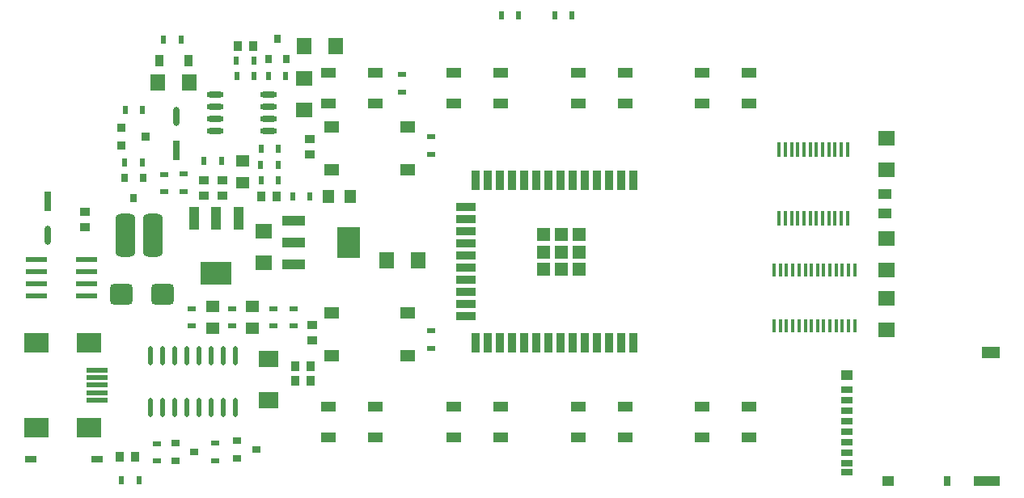
<source format=gtp>
G04*
G04 #@! TF.GenerationSoftware,Altium Limited,Altium Designer,20.2.6 (244)*
G04*
G04 Layer_Color=8421504*
%FSLAX24Y24*%
%MOIN*%
G70*
G04*
G04 #@! TF.SameCoordinates,3AFE1146-FA95-4E81-A996-3AB7B898703E*
G04*
G04*
G04 #@! TF.FilePolarity,Positive*
G04*
G01*
G75*
%ADD25R,0.0354X0.0236*%
%ADD26R,0.0472X0.0276*%
%ADD27R,0.0472X0.0394*%
%ADD28R,0.0315X0.0394*%
%ADD29R,0.1102X0.0394*%
%ADD30R,0.0748X0.0512*%
%ADD31R,0.0236X0.0354*%
%ADD32R,0.0984X0.0787*%
%ADD33R,0.0906X0.0197*%
%ADD34R,0.0650X0.0600*%
%ADD35R,0.0354X0.0394*%
%ADD36R,0.0945X0.0394*%
%ADD37R,0.0945X0.1299*%
%ADD38R,0.0354X0.0315*%
%ADD39R,0.0550X0.0433*%
%ADD40R,0.0157X0.0591*%
%ADD41R,0.0140X0.0580*%
%ADD42R,0.0354X0.0787*%
%ADD43R,0.0787X0.0354*%
%ADD44R,0.0524X0.0524*%
%ADD45R,0.0591X0.0394*%
%ADD46R,0.0610X0.0512*%
%ADD47R,0.0394X0.0354*%
%ADD48R,0.0800X0.0700*%
%ADD49R,0.0550X0.0500*%
%ADD50R,0.0394X0.0945*%
%ADD51R,0.1299X0.0945*%
%ADD52R,0.0600X0.0650*%
%ADD53R,0.0315X0.0354*%
%ADD54O,0.0709X0.0236*%
%ADD55O,0.0276X0.0787*%
%ADD56R,0.0276X0.0787*%
%ADD57R,0.0354X0.0472*%
%ADD58R,0.0354X0.0472*%
%ADD59R,0.0374X0.0354*%
G04:AMPARAMS|DCode=60|XSize=177.2mil|YSize=82.7mil|CornerRadius=20.7mil|HoleSize=0mil|Usage=FLASHONLY|Rotation=90.000|XOffset=0mil|YOffset=0mil|HoleType=Round|Shape=RoundedRectangle|*
%AMROUNDEDRECTD60*
21,1,0.1772,0.0413,0,0,90.0*
21,1,0.1358,0.0827,0,0,90.0*
1,1,0.0413,0.0207,0.0679*
1,1,0.0413,0.0207,-0.0679*
1,1,0.0413,-0.0207,-0.0679*
1,1,0.0413,-0.0207,0.0679*
%
%ADD60ROUNDEDRECTD60*%
G04:AMPARAMS|DCode=61|XSize=90.2mil|YSize=83.5mil|CornerRadius=10.4mil|HoleSize=0mil|Usage=FLASHONLY|Rotation=0.000|XOffset=0mil|YOffset=0mil|HoleType=Round|Shape=RoundedRectangle|*
%AMROUNDEDRECTD61*
21,1,0.0902,0.0626,0,0,0.0*
21,1,0.0693,0.0835,0,0,0.0*
1,1,0.0209,0.0346,-0.0313*
1,1,0.0209,-0.0346,-0.0313*
1,1,0.0209,-0.0346,0.0313*
1,1,0.0209,0.0346,0.0313*
%
%ADD61ROUNDEDRECTD61*%
%ADD62R,0.0866X0.0236*%
%ADD63O,0.0217X0.0787*%
%ADD64R,0.0472X0.0315*%
%ADD65R,0.0500X0.0550*%
D25*
X16400Y20500D02*
D03*
X16400Y21215D02*
D03*
X11935Y11575D02*
D03*
X11935Y10860D02*
D03*
X9385Y11575D02*
D03*
X9385Y10860D02*
D03*
X11085Y11575D02*
D03*
X11085Y10860D02*
D03*
X7735Y11575D02*
D03*
X7735Y10860D02*
D03*
X17600Y18650D02*
D03*
X17600Y17935D02*
D03*
X17600Y10650D02*
D03*
X17600Y9935D02*
D03*
X6585Y16395D02*
D03*
X6585Y17110D02*
D03*
X7385Y17125D02*
D03*
X7385Y16410D02*
D03*
X6285Y5295D02*
D03*
X6285Y6010D02*
D03*
X8685Y6025D02*
D03*
X8685Y5310D02*
D03*
D26*
X34716Y8230D02*
D03*
Y7796D02*
D03*
Y7363D02*
D03*
Y6930D02*
D03*
Y6497D02*
D03*
Y6064D02*
D03*
Y5631D02*
D03*
Y5198D02*
D03*
Y4824D02*
D03*
D27*
Y8840D02*
D03*
X36409Y4450D02*
D03*
D28*
X38850D02*
D03*
D29*
X40484D02*
D03*
D30*
X40661Y9765D02*
D03*
D31*
X4835Y4510D02*
D03*
X5550Y4510D02*
D03*
X21200Y23650D02*
D03*
X20485Y23650D02*
D03*
X23400Y23650D02*
D03*
X22685Y23650D02*
D03*
X10570Y17510D02*
D03*
X11285Y17510D02*
D03*
X11300Y16860D02*
D03*
X10585Y16860D02*
D03*
X11885Y16200D02*
D03*
X12600Y16200D02*
D03*
X8950Y17660D02*
D03*
X8235Y17660D02*
D03*
X11300Y18160D02*
D03*
X10585Y18160D02*
D03*
X10885Y21160D02*
D03*
X11600Y21160D02*
D03*
X9571Y21793D02*
D03*
X10285Y21793D02*
D03*
X10300Y21160D02*
D03*
X9585Y21160D02*
D03*
X6571Y22660D02*
D03*
X7285Y22660D02*
D03*
X5700Y19760D02*
D03*
X4985Y19760D02*
D03*
X4971Y17610D02*
D03*
X5685Y17610D02*
D03*
D32*
X1319Y6664D02*
D03*
Y10168D02*
D03*
X3484D02*
D03*
Y6664D02*
D03*
D33*
X3819Y9046D02*
D03*
Y8731D02*
D03*
Y8416D02*
D03*
Y8101D02*
D03*
Y7786D02*
D03*
D34*
X10700Y14750D02*
D03*
Y13450D02*
D03*
X36350Y10700D02*
D03*
Y12000D02*
D03*
Y13150D02*
D03*
Y14450D02*
D03*
Y17310D02*
D03*
Y18610D02*
D03*
X12350Y21050D02*
D03*
Y19750D02*
D03*
D35*
X11215Y16200D02*
D03*
X10585D02*
D03*
X5400Y5460D02*
D03*
X4770D02*
D03*
X11985Y8600D02*
D03*
X12615D02*
D03*
X11985Y9200D02*
D03*
X12615D02*
D03*
X9620Y22410D02*
D03*
X10250D02*
D03*
D36*
X11908Y15206D02*
D03*
Y14300D02*
D03*
Y13394D02*
D03*
D37*
X14192Y14300D02*
D03*
D38*
X7829Y5660D02*
D03*
X7042Y6034D02*
D03*
Y5286D02*
D03*
X10379Y5760D02*
D03*
X9592Y6134D02*
D03*
Y5386D02*
D03*
D39*
X36290Y15506D02*
D03*
Y16294D02*
D03*
D40*
X31928Y15283D02*
D03*
X32184D02*
D03*
X34743D02*
D03*
X34487D02*
D03*
X34231D02*
D03*
X33975D02*
D03*
X33719D02*
D03*
X33463D02*
D03*
X33207D02*
D03*
X32952D02*
D03*
X32696D02*
D03*
X32440D02*
D03*
X31928Y18137D02*
D03*
X32184D02*
D03*
X32440D02*
D03*
X32696D02*
D03*
X32952D02*
D03*
X33207D02*
D03*
X33463D02*
D03*
X33719D02*
D03*
X33975D02*
D03*
X34231D02*
D03*
X34487D02*
D03*
X34743D02*
D03*
D41*
X35045Y13160D02*
D03*
X34795D02*
D03*
X34535D02*
D03*
X34285D02*
D03*
X34025D02*
D03*
X33765D02*
D03*
X33515D02*
D03*
X33255D02*
D03*
X33005D02*
D03*
X32745D02*
D03*
X32485D02*
D03*
X32235D02*
D03*
X31975D02*
D03*
X31725D02*
D03*
Y10860D02*
D03*
X31975D02*
D03*
X32235D02*
D03*
X32485D02*
D03*
X32745D02*
D03*
X33005D02*
D03*
X33255D02*
D03*
X33515D02*
D03*
X33765D02*
D03*
X34025D02*
D03*
X34285D02*
D03*
X34535D02*
D03*
X34795D02*
D03*
X35045D02*
D03*
D42*
X25906Y16857D02*
D03*
X25406D02*
D03*
X24906D02*
D03*
X24406D02*
D03*
X23906D02*
D03*
X23406D02*
D03*
X22906D02*
D03*
X22406D02*
D03*
X21906D02*
D03*
X21406D02*
D03*
X20906D02*
D03*
X20406D02*
D03*
X19906D02*
D03*
X19406D02*
D03*
Y10164D02*
D03*
X19906D02*
D03*
X20406D02*
D03*
X20906D02*
D03*
X21406D02*
D03*
X21906D02*
D03*
X22406D02*
D03*
X22906D02*
D03*
X23406D02*
D03*
X23906D02*
D03*
X24406D02*
D03*
X24906D02*
D03*
X25406D02*
D03*
X25906D02*
D03*
D43*
X19013Y15760D02*
D03*
Y15260D02*
D03*
Y14760D02*
D03*
Y14260D02*
D03*
Y13760D02*
D03*
Y13260D02*
D03*
Y12760D02*
D03*
Y12260D02*
D03*
Y11760D02*
D03*
Y11260D02*
D03*
D44*
X23676Y14626D02*
D03*
Y13904D02*
D03*
Y13182D02*
D03*
X22954Y14626D02*
D03*
Y13904D02*
D03*
Y13182D02*
D03*
X22231Y14626D02*
D03*
Y13904D02*
D03*
Y13182D02*
D03*
D45*
X18533Y21290D02*
D03*
X20462D02*
D03*
X18533Y20030D02*
D03*
X20462D02*
D03*
X30698D02*
D03*
X28769D02*
D03*
X30698Y21290D02*
D03*
X28769D02*
D03*
X25580Y20030D02*
D03*
X23651D02*
D03*
X25580Y21290D02*
D03*
X23651D02*
D03*
X28769Y7530D02*
D03*
X30698D02*
D03*
X28769Y6270D02*
D03*
X30698D02*
D03*
X23651Y7530D02*
D03*
X25580D02*
D03*
X23651Y6270D02*
D03*
X25580D02*
D03*
X20462D02*
D03*
X18533D02*
D03*
X20462Y7530D02*
D03*
X18533D02*
D03*
X13371D02*
D03*
X15300D02*
D03*
X13371Y6270D02*
D03*
X15300D02*
D03*
Y20030D02*
D03*
X13371D02*
D03*
X15300Y21290D02*
D03*
X13371D02*
D03*
D46*
X16615Y9614D02*
D03*
Y11386D02*
D03*
X13485Y9614D02*
D03*
Y11386D02*
D03*
X16615Y17300D02*
D03*
Y19072D02*
D03*
X13485Y17300D02*
D03*
Y19072D02*
D03*
D47*
X12700Y10270D02*
D03*
Y10900D02*
D03*
X8235Y16245D02*
D03*
Y16875D02*
D03*
X8985Y16875D02*
D03*
Y16245D02*
D03*
X12600Y17935D02*
D03*
Y18565D02*
D03*
X3335Y15575D02*
D03*
Y14945D02*
D03*
D48*
X10885Y9510D02*
D03*
Y7810D02*
D03*
D49*
X10235Y10760D02*
D03*
Y11660D02*
D03*
X8585Y10760D02*
D03*
Y11660D02*
D03*
X9835Y16760D02*
D03*
Y17660D02*
D03*
D50*
X9641Y15302D02*
D03*
X8735D02*
D03*
X7830D02*
D03*
D51*
X8735Y13018D02*
D03*
D52*
X13660Y22400D02*
D03*
X12360D02*
D03*
X6325Y20910D02*
D03*
X7625D02*
D03*
X15760Y13550D02*
D03*
X17060D02*
D03*
D53*
X11250Y22683D02*
D03*
X11624Y21856D02*
D03*
X10876D02*
D03*
X5335Y16127D02*
D03*
X4961Y16954D02*
D03*
X5709D02*
D03*
D54*
X10898Y18910D02*
D03*
Y19410D02*
D03*
Y19910D02*
D03*
Y20410D02*
D03*
X8673Y18910D02*
D03*
Y19410D02*
D03*
Y19910D02*
D03*
Y20410D02*
D03*
D55*
X7085Y19510D02*
D03*
X1785Y14610D02*
D03*
D56*
X7085Y18110D02*
D03*
X1785Y16010D02*
D03*
D57*
X7585Y21810D02*
D03*
D58*
X6385D02*
D03*
D59*
X4837Y18286D02*
D03*
X5822Y18660D02*
D03*
X4837Y19034D02*
D03*
D60*
X6127Y14610D02*
D03*
X4985D02*
D03*
D61*
X4835Y12160D02*
D03*
X6536D02*
D03*
D62*
X1338Y13610D02*
D03*
Y13110D02*
D03*
Y12110D02*
D03*
X3385Y13610D02*
D03*
Y13110D02*
D03*
Y12110D02*
D03*
X1338Y12610D02*
D03*
X3385D02*
D03*
D63*
X9535Y9623D02*
D03*
X9035D02*
D03*
X8535D02*
D03*
X8035D02*
D03*
X7535D02*
D03*
X7035D02*
D03*
X6535D02*
D03*
X6035D02*
D03*
X9535Y7497D02*
D03*
X9035D02*
D03*
X8535D02*
D03*
X8035D02*
D03*
X7535D02*
D03*
X7035D02*
D03*
X6535D02*
D03*
X6035D02*
D03*
D64*
X1072Y5350D02*
D03*
X3828D02*
D03*
D65*
X14250Y16200D02*
D03*
X13350D02*
D03*
M02*

</source>
